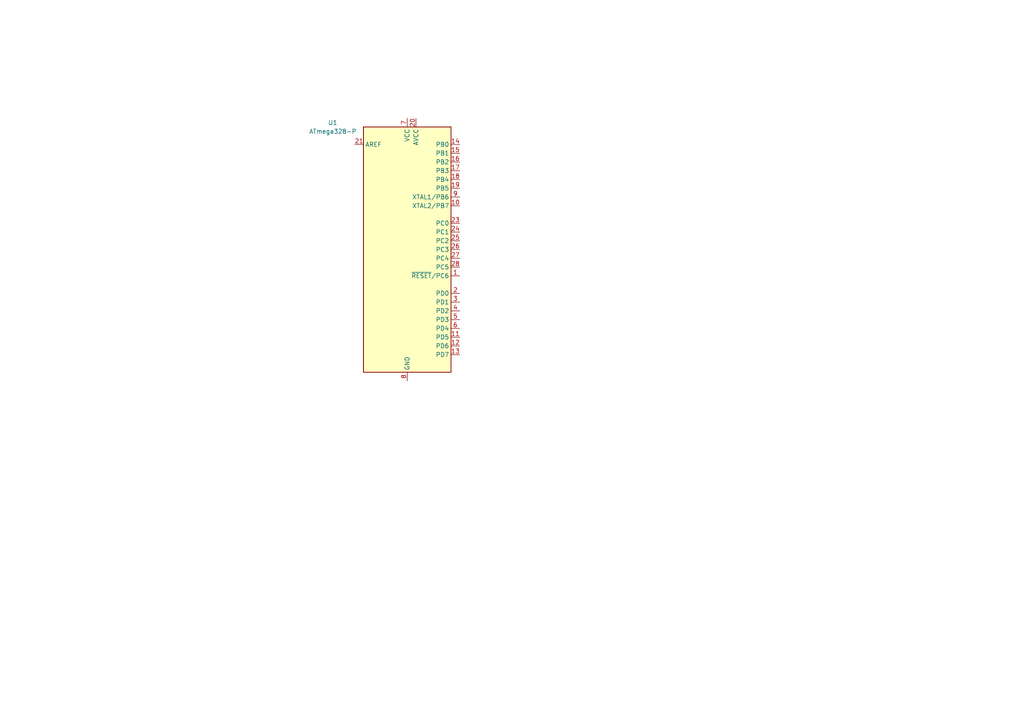
<source format=kicad_sch>
(kicad_sch (version 20231120) (generator "eeschema") (generator_version "8.0")
  (paper "A4")
  (lib_symbols
    (symbol "MCU_Microchip_ATmega:ATmega328-P"
      (property "Reference" "U" (at -12.7 36.83 0))
      (property "Value" "ATmega328-P" (at 2.54 -36.83 0))
      (symbol "ATmega328-P_0_1"
        (rectangle (start -12.7 -35.56) (end 12.7 35.56) (stroke (width 0.254)) (fill (type background)))
      )
      (symbol "ATmega328-P_1_1"
        (pin bidirectional line (at 15.24 -7.62 180) (length 2.54) (name "~{RESET}/PC6") (number "1"))
        (pin bidirectional line (at 15.24 12.7 180) (length 2.54) (name "XTAL2/PB7") (number "10"))
        (pin bidirectional line (at 15.24 -25.4 180) (length 2.54) (name "PD5") (number "11"))
        (pin bidirectional line (at 15.24 -27.94 180) (length 2.54) (name "PD6") (number "12"))
        (pin bidirectional line (at 15.24 -30.48 180) (length 2.54) (name "PD7") (number "13"))
        (pin bidirectional line (at 15.24 30.48 180) (length 2.54) (name "PB0") (number "14"))
        (pin bidirectional line (at 15.24 27.94 180) (length 2.54) (name "PB1") (number "15"))
        (pin bidirectional line (at 15.24 25.4 180) (length 2.54) (name "PB2") (number "16"))
        (pin bidirectional line (at 15.24 22.86 180) (length 2.54) (name "PB3") (number "17"))
        (pin bidirectional line (at 15.24 20.32 180) (length 2.54) (name "PB4") (number "18"))
        (pin bidirectional line (at 15.24 17.78 180) (length 2.54) (name "PB5") (number "19"))
        (pin bidirectional line (at 15.24 -12.7 180) (length 2.54) (name "PD0") (number "2"))
        (pin power_in line (at 2.54 38.1 270) (length 2.54) (name "AVCC") (number "20"))
        (pin passive line (at -15.24 30.48 0) (length 2.54) (name "AREF") (number "21"))
        (pin passive line (at 0 -38.1 90) (length 2.54) hide (name "GND") (number "22"))
        (pin bidirectional line (at 15.24 7.62 180) (length 2.54) (name "PC0") (number "23"))
        (pin bidirectional line (at 15.24 5.08 180) (length 2.54) (name "PC1") (number "24"))
        (pin bidirectional line (at 15.24 2.54 180) (length 2.54) (name "PC2") (number "25"))
        (pin bidirectional line (at 15.24 0 180) (length 2.54) (name "PC3") (number "26"))
        (pin bidirectional line (at 15.24 -2.54 180) (length 2.54) (name "PC4") (number "27"))
        (pin bidirectional line (at 15.24 -5.08 180) (length 2.54) (name "PC5") (number "28"))
        (pin bidirectional line (at 15.24 -15.24 180) (length 2.54) (name "PD1") (number "3"))
        (pin bidirectional line (at 15.24 -17.78 180) (length 2.54) (name "PD2") (number "4"))
        (pin bidirectional line (at 15.24 -20.32 180) (length 2.54) (name "PD3") (number "5"))
        (pin bidirectional line (at 15.24 -22.86 180) (length 2.54) (name "PD4") (number "6"))
        (pin power_in line (at 0 38.1 270) (length 2.54) (name "VCC") (number "7"))
        (pin power_in line (at 0 -38.1 90) (length 2.54) (name "GND") (number "8"))
        (pin bidirectional line (at 15.24 15.24 180) (length 2.54) (name "XTAL1/PB6") (number "9"))
      )
    )
  )
  (symbol (lib_id "MCU_Microchip_ATmega:ATmega328-P") (at 118.11 72.39 0) (unit 1)
    (property "Reference" "U1" (at 96.52 35.5914 0))
    (property "Value" "ATmega328-P" (at 96.52 38.1314 0))
    (property "Footprint" "Package_DIP:DIP-28_W7.62mm" (effects (hide yes)))
    (property "Datasheet" "http://ww1.microchip.com/downloads/en/DeviceDoc/ATmega328_P%20AVR%20MCU%20with%20picoPower%20Technology%20Data%20Sheet%2040001984A.pdf" (effects (hide yes)))
    (property "Description" "20MHz, 32kB Flash, 2kB SRAM, 1kB EEPROM, DIP-28" (effects (hide yes)))
  )
)
</source>
